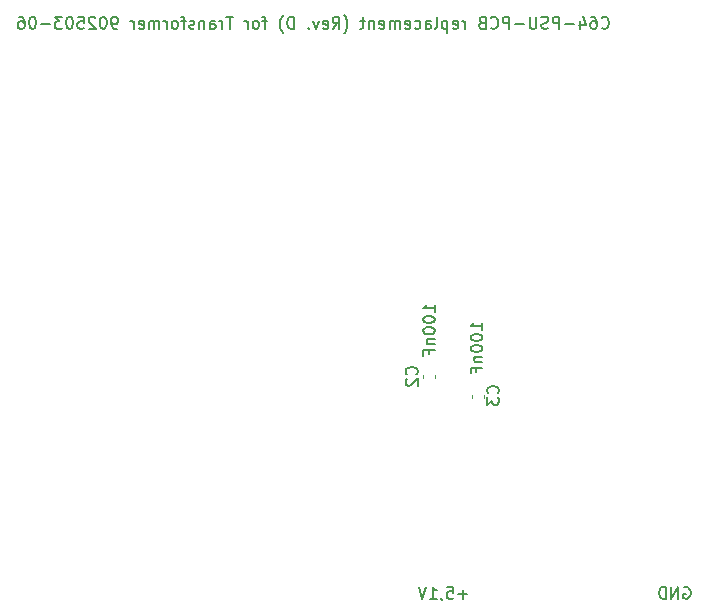
<source format=gbr>
%TF.GenerationSoftware,KiCad,Pcbnew,5.1.8-5.1.8*%
%TF.CreationDate,2023-07-26T00:19:43+02:00*%
%TF.ProjectId,C64-PSU-PCB-replacement-for-902503-06,4336342d-5053-4552-9d50-43422d726570,rev?*%
%TF.SameCoordinates,Original*%
%TF.FileFunction,Legend,Bot*%
%TF.FilePolarity,Positive*%
%FSLAX46Y46*%
G04 Gerber Fmt 4.6, Leading zero omitted, Abs format (unit mm)*
G04 Created by KiCad (PCBNEW 5.1.8-5.1.8) date 2023-07-26 00:19:43*
%MOMM*%
%LPD*%
G01*
G04 APERTURE LIST*
%ADD10C,0.150000*%
%ADD11C,0.120000*%
G04 APERTURE END LIST*
D10*
X75025000Y-75001428D02*
X74263095Y-75001428D01*
X74644047Y-75382380D02*
X74644047Y-74620476D01*
X73310714Y-74382380D02*
X73786904Y-74382380D01*
X73834523Y-74858571D01*
X73786904Y-74810952D01*
X73691666Y-74763333D01*
X73453571Y-74763333D01*
X73358333Y-74810952D01*
X73310714Y-74858571D01*
X73263095Y-74953809D01*
X73263095Y-75191904D01*
X73310714Y-75287142D01*
X73358333Y-75334761D01*
X73453571Y-75382380D01*
X73691666Y-75382380D01*
X73786904Y-75334761D01*
X73834523Y-75287142D01*
X72786904Y-75334761D02*
X72786904Y-75382380D01*
X72834523Y-75477619D01*
X72882142Y-75525238D01*
X71834523Y-75382380D02*
X72405952Y-75382380D01*
X72120238Y-75382380D02*
X72120238Y-74382380D01*
X72215476Y-74525238D01*
X72310714Y-74620476D01*
X72405952Y-74668095D01*
X71548809Y-74382380D02*
X71215476Y-75382380D01*
X70882142Y-74382380D01*
X93344904Y-74430000D02*
X93440142Y-74382380D01*
X93583000Y-74382380D01*
X93725857Y-74430000D01*
X93821095Y-74525238D01*
X93868714Y-74620476D01*
X93916333Y-74810952D01*
X93916333Y-74953809D01*
X93868714Y-75144285D01*
X93821095Y-75239523D01*
X93725857Y-75334761D01*
X93583000Y-75382380D01*
X93487761Y-75382380D01*
X93344904Y-75334761D01*
X93297285Y-75287142D01*
X93297285Y-74953809D01*
X93487761Y-74953809D01*
X92868714Y-75382380D02*
X92868714Y-74382380D01*
X92297285Y-75382380D01*
X92297285Y-74382380D01*
X91821095Y-75382380D02*
X91821095Y-74382380D01*
X91583000Y-74382380D01*
X91440142Y-74430000D01*
X91344904Y-74525238D01*
X91297285Y-74620476D01*
X91249666Y-74810952D01*
X91249666Y-74953809D01*
X91297285Y-75144285D01*
X91344904Y-75239523D01*
X91440142Y-75334761D01*
X91583000Y-75382380D01*
X91821095Y-75382380D01*
X86380761Y-27027142D02*
X86428380Y-27074761D01*
X86571238Y-27122380D01*
X86666476Y-27122380D01*
X86809333Y-27074761D01*
X86904571Y-26979523D01*
X86952190Y-26884285D01*
X86999809Y-26693809D01*
X86999809Y-26550952D01*
X86952190Y-26360476D01*
X86904571Y-26265238D01*
X86809333Y-26170000D01*
X86666476Y-26122380D01*
X86571238Y-26122380D01*
X86428380Y-26170000D01*
X86380761Y-26217619D01*
X85523619Y-26122380D02*
X85714095Y-26122380D01*
X85809333Y-26170000D01*
X85856952Y-26217619D01*
X85952190Y-26360476D01*
X85999809Y-26550952D01*
X85999809Y-26931904D01*
X85952190Y-27027142D01*
X85904571Y-27074761D01*
X85809333Y-27122380D01*
X85618857Y-27122380D01*
X85523619Y-27074761D01*
X85476000Y-27027142D01*
X85428380Y-26931904D01*
X85428380Y-26693809D01*
X85476000Y-26598571D01*
X85523619Y-26550952D01*
X85618857Y-26503333D01*
X85809333Y-26503333D01*
X85904571Y-26550952D01*
X85952190Y-26598571D01*
X85999809Y-26693809D01*
X84571238Y-26455714D02*
X84571238Y-27122380D01*
X84809333Y-26074761D02*
X85047428Y-26789047D01*
X84428380Y-26789047D01*
X84047428Y-26741428D02*
X83285523Y-26741428D01*
X82809333Y-27122380D02*
X82809333Y-26122380D01*
X82428380Y-26122380D01*
X82333142Y-26170000D01*
X82285523Y-26217619D01*
X82237904Y-26312857D01*
X82237904Y-26455714D01*
X82285523Y-26550952D01*
X82333142Y-26598571D01*
X82428380Y-26646190D01*
X82809333Y-26646190D01*
X81856952Y-27074761D02*
X81714095Y-27122380D01*
X81475999Y-27122380D01*
X81380761Y-27074761D01*
X81333142Y-27027142D01*
X81285523Y-26931904D01*
X81285523Y-26836666D01*
X81333142Y-26741428D01*
X81380761Y-26693809D01*
X81475999Y-26646190D01*
X81666476Y-26598571D01*
X81761714Y-26550952D01*
X81809333Y-26503333D01*
X81856952Y-26408095D01*
X81856952Y-26312857D01*
X81809333Y-26217619D01*
X81761714Y-26170000D01*
X81666476Y-26122380D01*
X81428380Y-26122380D01*
X81285523Y-26170000D01*
X80856952Y-26122380D02*
X80856952Y-26931904D01*
X80809333Y-27027142D01*
X80761714Y-27074761D01*
X80666476Y-27122380D01*
X80475999Y-27122380D01*
X80380761Y-27074761D01*
X80333142Y-27027142D01*
X80285523Y-26931904D01*
X80285523Y-26122380D01*
X79809333Y-26741428D02*
X79047428Y-26741428D01*
X78571238Y-27122380D02*
X78571238Y-26122380D01*
X78190285Y-26122380D01*
X78095047Y-26170000D01*
X78047428Y-26217619D01*
X77999809Y-26312857D01*
X77999809Y-26455714D01*
X78047428Y-26550952D01*
X78095047Y-26598571D01*
X78190285Y-26646190D01*
X78571238Y-26646190D01*
X76999809Y-27027142D02*
X77047428Y-27074761D01*
X77190285Y-27122380D01*
X77285523Y-27122380D01*
X77428380Y-27074761D01*
X77523619Y-26979523D01*
X77571238Y-26884285D01*
X77618857Y-26693809D01*
X77618857Y-26550952D01*
X77571238Y-26360476D01*
X77523619Y-26265238D01*
X77428380Y-26170000D01*
X77285523Y-26122380D01*
X77190285Y-26122380D01*
X77047428Y-26170000D01*
X76999809Y-26217619D01*
X76237904Y-26598571D02*
X76095047Y-26646190D01*
X76047428Y-26693809D01*
X75999809Y-26789047D01*
X75999809Y-26931904D01*
X76047428Y-27027142D01*
X76095047Y-27074761D01*
X76190285Y-27122380D01*
X76571238Y-27122380D01*
X76571238Y-26122380D01*
X76237904Y-26122380D01*
X76142666Y-26170000D01*
X76095047Y-26217619D01*
X76047428Y-26312857D01*
X76047428Y-26408095D01*
X76095047Y-26503333D01*
X76142666Y-26550952D01*
X76237904Y-26598571D01*
X76571238Y-26598571D01*
X74809333Y-27122380D02*
X74809333Y-26455714D01*
X74809333Y-26646190D02*
X74761714Y-26550952D01*
X74714095Y-26503333D01*
X74618857Y-26455714D01*
X74523619Y-26455714D01*
X73809333Y-27074761D02*
X73904571Y-27122380D01*
X74095047Y-27122380D01*
X74190285Y-27074761D01*
X74237904Y-26979523D01*
X74237904Y-26598571D01*
X74190285Y-26503333D01*
X74095047Y-26455714D01*
X73904571Y-26455714D01*
X73809333Y-26503333D01*
X73761714Y-26598571D01*
X73761714Y-26693809D01*
X74237904Y-26789047D01*
X73333142Y-26455714D02*
X73333142Y-27455714D01*
X73333142Y-26503333D02*
X73237904Y-26455714D01*
X73047428Y-26455714D01*
X72952190Y-26503333D01*
X72904571Y-26550952D01*
X72856952Y-26646190D01*
X72856952Y-26931904D01*
X72904571Y-27027142D01*
X72952190Y-27074761D01*
X73047428Y-27122380D01*
X73237904Y-27122380D01*
X73333142Y-27074761D01*
X72285523Y-27122380D02*
X72380761Y-27074761D01*
X72428380Y-26979523D01*
X72428380Y-26122380D01*
X71476000Y-27122380D02*
X71476000Y-26598571D01*
X71523619Y-26503333D01*
X71618857Y-26455714D01*
X71809333Y-26455714D01*
X71904571Y-26503333D01*
X71476000Y-27074761D02*
X71571238Y-27122380D01*
X71809333Y-27122380D01*
X71904571Y-27074761D01*
X71952190Y-26979523D01*
X71952190Y-26884285D01*
X71904571Y-26789047D01*
X71809333Y-26741428D01*
X71571238Y-26741428D01*
X71476000Y-26693809D01*
X70571238Y-27074761D02*
X70666476Y-27122380D01*
X70856952Y-27122380D01*
X70952190Y-27074761D01*
X70999809Y-27027142D01*
X71047428Y-26931904D01*
X71047428Y-26646190D01*
X70999809Y-26550952D01*
X70952190Y-26503333D01*
X70856952Y-26455714D01*
X70666476Y-26455714D01*
X70571238Y-26503333D01*
X69761714Y-27074761D02*
X69856952Y-27122380D01*
X70047428Y-27122380D01*
X70142666Y-27074761D01*
X70190285Y-26979523D01*
X70190285Y-26598571D01*
X70142666Y-26503333D01*
X70047428Y-26455714D01*
X69856952Y-26455714D01*
X69761714Y-26503333D01*
X69714095Y-26598571D01*
X69714095Y-26693809D01*
X70190285Y-26789047D01*
X69285523Y-27122380D02*
X69285523Y-26455714D01*
X69285523Y-26550952D02*
X69237904Y-26503333D01*
X69142666Y-26455714D01*
X68999809Y-26455714D01*
X68904571Y-26503333D01*
X68856952Y-26598571D01*
X68856952Y-27122380D01*
X68856952Y-26598571D02*
X68809333Y-26503333D01*
X68714095Y-26455714D01*
X68571238Y-26455714D01*
X68475999Y-26503333D01*
X68428380Y-26598571D01*
X68428380Y-27122380D01*
X67571238Y-27074761D02*
X67666476Y-27122380D01*
X67856952Y-27122380D01*
X67952190Y-27074761D01*
X67999809Y-26979523D01*
X67999809Y-26598571D01*
X67952190Y-26503333D01*
X67856952Y-26455714D01*
X67666476Y-26455714D01*
X67571238Y-26503333D01*
X67523619Y-26598571D01*
X67523619Y-26693809D01*
X67999809Y-26789047D01*
X67095047Y-26455714D02*
X67095047Y-27122380D01*
X67095047Y-26550952D02*
X67047428Y-26503333D01*
X66952190Y-26455714D01*
X66809333Y-26455714D01*
X66714095Y-26503333D01*
X66666476Y-26598571D01*
X66666476Y-27122380D01*
X66333142Y-26455714D02*
X65952190Y-26455714D01*
X66190285Y-26122380D02*
X66190285Y-26979523D01*
X66142666Y-27074761D01*
X66047428Y-27122380D01*
X65952190Y-27122380D01*
X64571238Y-27503333D02*
X64618857Y-27455714D01*
X64714095Y-27312857D01*
X64761714Y-27217619D01*
X64809333Y-27074761D01*
X64856952Y-26836666D01*
X64856952Y-26646190D01*
X64809333Y-26408095D01*
X64761714Y-26265238D01*
X64714095Y-26170000D01*
X64618857Y-26027142D01*
X64571238Y-25979523D01*
X63618857Y-27122380D02*
X63952190Y-26646190D01*
X64190285Y-27122380D02*
X64190285Y-26122380D01*
X63809333Y-26122380D01*
X63714095Y-26170000D01*
X63666476Y-26217619D01*
X63618857Y-26312857D01*
X63618857Y-26455714D01*
X63666476Y-26550952D01*
X63714095Y-26598571D01*
X63809333Y-26646190D01*
X64190285Y-26646190D01*
X62809333Y-27074761D02*
X62904571Y-27122380D01*
X63095047Y-27122380D01*
X63190285Y-27074761D01*
X63237904Y-26979523D01*
X63237904Y-26598571D01*
X63190285Y-26503333D01*
X63095047Y-26455714D01*
X62904571Y-26455714D01*
X62809333Y-26503333D01*
X62761714Y-26598571D01*
X62761714Y-26693809D01*
X63237904Y-26789047D01*
X62428380Y-26455714D02*
X62190285Y-27122380D01*
X61952190Y-26455714D01*
X61571238Y-27027142D02*
X61523619Y-27074761D01*
X61571238Y-27122380D01*
X61618857Y-27074761D01*
X61571238Y-27027142D01*
X61571238Y-27122380D01*
X60333142Y-27122380D02*
X60333142Y-26122380D01*
X60095047Y-26122380D01*
X59952190Y-26170000D01*
X59856952Y-26265238D01*
X59809333Y-26360476D01*
X59761714Y-26550952D01*
X59761714Y-26693809D01*
X59809333Y-26884285D01*
X59856952Y-26979523D01*
X59952190Y-27074761D01*
X60095047Y-27122380D01*
X60333142Y-27122380D01*
X59428380Y-27503333D02*
X59380761Y-27455714D01*
X59285523Y-27312857D01*
X59237904Y-27217619D01*
X59190285Y-27074761D01*
X59142666Y-26836666D01*
X59142666Y-26646190D01*
X59190285Y-26408095D01*
X59237904Y-26265238D01*
X59285523Y-26170000D01*
X59380761Y-26027142D01*
X59428380Y-25979523D01*
X58047428Y-26455714D02*
X57666476Y-26455714D01*
X57904571Y-27122380D02*
X57904571Y-26265238D01*
X57856952Y-26170000D01*
X57761714Y-26122380D01*
X57666476Y-26122380D01*
X57190285Y-27122380D02*
X57285523Y-27074761D01*
X57333142Y-27027142D01*
X57380761Y-26931904D01*
X57380761Y-26646190D01*
X57333142Y-26550952D01*
X57285523Y-26503333D01*
X57190285Y-26455714D01*
X57047428Y-26455714D01*
X56952190Y-26503333D01*
X56904571Y-26550952D01*
X56856952Y-26646190D01*
X56856952Y-26931904D01*
X56904571Y-27027142D01*
X56952190Y-27074761D01*
X57047428Y-27122380D01*
X57190285Y-27122380D01*
X56428380Y-27122380D02*
X56428380Y-26455714D01*
X56428380Y-26646190D02*
X56380761Y-26550952D01*
X56333142Y-26503333D01*
X56237904Y-26455714D01*
X56142666Y-26455714D01*
X55190285Y-26122380D02*
X54618857Y-26122380D01*
X54904571Y-27122380D02*
X54904571Y-26122380D01*
X54285523Y-27122380D02*
X54285523Y-26455714D01*
X54285523Y-26646190D02*
X54237904Y-26550952D01*
X54190285Y-26503333D01*
X54095047Y-26455714D01*
X53999809Y-26455714D01*
X53237904Y-27122380D02*
X53237904Y-26598571D01*
X53285523Y-26503333D01*
X53380761Y-26455714D01*
X53571238Y-26455714D01*
X53666476Y-26503333D01*
X53237904Y-27074761D02*
X53333142Y-27122380D01*
X53571238Y-27122380D01*
X53666476Y-27074761D01*
X53714095Y-26979523D01*
X53714095Y-26884285D01*
X53666476Y-26789047D01*
X53571238Y-26741428D01*
X53333142Y-26741428D01*
X53237904Y-26693809D01*
X52761714Y-26455714D02*
X52761714Y-27122380D01*
X52761714Y-26550952D02*
X52714095Y-26503333D01*
X52618857Y-26455714D01*
X52475999Y-26455714D01*
X52380761Y-26503333D01*
X52333142Y-26598571D01*
X52333142Y-27122380D01*
X51904571Y-27074761D02*
X51809333Y-27122380D01*
X51618857Y-27122380D01*
X51523619Y-27074761D01*
X51475999Y-26979523D01*
X51475999Y-26931904D01*
X51523619Y-26836666D01*
X51618857Y-26789047D01*
X51761714Y-26789047D01*
X51856952Y-26741428D01*
X51904571Y-26646190D01*
X51904571Y-26598571D01*
X51856952Y-26503333D01*
X51761714Y-26455714D01*
X51618857Y-26455714D01*
X51523619Y-26503333D01*
X51190285Y-26455714D02*
X50809333Y-26455714D01*
X51047428Y-27122380D02*
X51047428Y-26265238D01*
X50999809Y-26170000D01*
X50904571Y-26122380D01*
X50809333Y-26122380D01*
X50333142Y-27122380D02*
X50428380Y-27074761D01*
X50475999Y-27027142D01*
X50523619Y-26931904D01*
X50523619Y-26646190D01*
X50475999Y-26550952D01*
X50428380Y-26503333D01*
X50333142Y-26455714D01*
X50190285Y-26455714D01*
X50095047Y-26503333D01*
X50047428Y-26550952D01*
X49999809Y-26646190D01*
X49999809Y-26931904D01*
X50047428Y-27027142D01*
X50095047Y-27074761D01*
X50190285Y-27122380D01*
X50333142Y-27122380D01*
X49571238Y-27122380D02*
X49571238Y-26455714D01*
X49571238Y-26646190D02*
X49523619Y-26550952D01*
X49475999Y-26503333D01*
X49380761Y-26455714D01*
X49285523Y-26455714D01*
X48952190Y-27122380D02*
X48952190Y-26455714D01*
X48952190Y-26550952D02*
X48904571Y-26503333D01*
X48809333Y-26455714D01*
X48666476Y-26455714D01*
X48571238Y-26503333D01*
X48523619Y-26598571D01*
X48523619Y-27122380D01*
X48523619Y-26598571D02*
X48475999Y-26503333D01*
X48380761Y-26455714D01*
X48237904Y-26455714D01*
X48142666Y-26503333D01*
X48095047Y-26598571D01*
X48095047Y-27122380D01*
X47237904Y-27074761D02*
X47333142Y-27122380D01*
X47523619Y-27122380D01*
X47618857Y-27074761D01*
X47666476Y-26979523D01*
X47666476Y-26598571D01*
X47618857Y-26503333D01*
X47523619Y-26455714D01*
X47333142Y-26455714D01*
X47237904Y-26503333D01*
X47190285Y-26598571D01*
X47190285Y-26693809D01*
X47666476Y-26789047D01*
X46761714Y-27122380D02*
X46761714Y-26455714D01*
X46761714Y-26646190D02*
X46714095Y-26550952D01*
X46666476Y-26503333D01*
X46571238Y-26455714D01*
X46475999Y-26455714D01*
X45333142Y-27122380D02*
X45142666Y-27122380D01*
X45047428Y-27074761D01*
X44999809Y-27027142D01*
X44904571Y-26884285D01*
X44856952Y-26693809D01*
X44856952Y-26312857D01*
X44904571Y-26217619D01*
X44952190Y-26170000D01*
X45047428Y-26122380D01*
X45237904Y-26122380D01*
X45333142Y-26170000D01*
X45380761Y-26217619D01*
X45428380Y-26312857D01*
X45428380Y-26550952D01*
X45380761Y-26646190D01*
X45333142Y-26693809D01*
X45237904Y-26741428D01*
X45047428Y-26741428D01*
X44952190Y-26693809D01*
X44904571Y-26646190D01*
X44856952Y-26550952D01*
X44237904Y-26122380D02*
X44142666Y-26122380D01*
X44047428Y-26170000D01*
X43999809Y-26217619D01*
X43952190Y-26312857D01*
X43904571Y-26503333D01*
X43904571Y-26741428D01*
X43952190Y-26931904D01*
X43999809Y-27027142D01*
X44047428Y-27074761D01*
X44142666Y-27122380D01*
X44237904Y-27122380D01*
X44333142Y-27074761D01*
X44380761Y-27027142D01*
X44428380Y-26931904D01*
X44475999Y-26741428D01*
X44475999Y-26503333D01*
X44428380Y-26312857D01*
X44380761Y-26217619D01*
X44333142Y-26170000D01*
X44237904Y-26122380D01*
X43523619Y-26217619D02*
X43475999Y-26170000D01*
X43380761Y-26122380D01*
X43142666Y-26122380D01*
X43047428Y-26170000D01*
X42999809Y-26217619D01*
X42952190Y-26312857D01*
X42952190Y-26408095D01*
X42999809Y-26550952D01*
X43571238Y-27122380D01*
X42952190Y-27122380D01*
X42047428Y-26122380D02*
X42523619Y-26122380D01*
X42571238Y-26598571D01*
X42523619Y-26550952D01*
X42428380Y-26503333D01*
X42190285Y-26503333D01*
X42095047Y-26550952D01*
X42047428Y-26598571D01*
X41999809Y-26693809D01*
X41999809Y-26931904D01*
X42047428Y-27027142D01*
X42095047Y-27074761D01*
X42190285Y-27122380D01*
X42428380Y-27122380D01*
X42523619Y-27074761D01*
X42571238Y-27027142D01*
X41380761Y-26122380D02*
X41285523Y-26122380D01*
X41190285Y-26170000D01*
X41142666Y-26217619D01*
X41095047Y-26312857D01*
X41047428Y-26503333D01*
X41047428Y-26741428D01*
X41095047Y-26931904D01*
X41142666Y-27027142D01*
X41190285Y-27074761D01*
X41285523Y-27122380D01*
X41380761Y-27122380D01*
X41475999Y-27074761D01*
X41523619Y-27027142D01*
X41571238Y-26931904D01*
X41618857Y-26741428D01*
X41618857Y-26503333D01*
X41571238Y-26312857D01*
X41523619Y-26217619D01*
X41475999Y-26170000D01*
X41380761Y-26122380D01*
X40714095Y-26122380D02*
X40095047Y-26122380D01*
X40428380Y-26503333D01*
X40285523Y-26503333D01*
X40190285Y-26550952D01*
X40142666Y-26598571D01*
X40095047Y-26693809D01*
X40095047Y-26931904D01*
X40142666Y-27027142D01*
X40190285Y-27074761D01*
X40285523Y-27122380D01*
X40571238Y-27122380D01*
X40666476Y-27074761D01*
X40714095Y-27027142D01*
X39666476Y-26741428D02*
X38904571Y-26741428D01*
X38237904Y-26122380D02*
X38142666Y-26122380D01*
X38047428Y-26170000D01*
X37999809Y-26217619D01*
X37952190Y-26312857D01*
X37904571Y-26503333D01*
X37904571Y-26741428D01*
X37952190Y-26931904D01*
X37999809Y-27027142D01*
X38047428Y-27074761D01*
X38142666Y-27122380D01*
X38237904Y-27122380D01*
X38333142Y-27074761D01*
X38380761Y-27027142D01*
X38428380Y-26931904D01*
X38475999Y-26741428D01*
X38475999Y-26503333D01*
X38428380Y-26312857D01*
X38380761Y-26217619D01*
X38333142Y-26170000D01*
X38237904Y-26122380D01*
X37047428Y-26122380D02*
X37237904Y-26122380D01*
X37333142Y-26170000D01*
X37380761Y-26217619D01*
X37475999Y-26360476D01*
X37523619Y-26550952D01*
X37523619Y-26931904D01*
X37475999Y-27027142D01*
X37428380Y-27074761D01*
X37333142Y-27122380D01*
X37142666Y-27122380D01*
X37047428Y-27074761D01*
X36999809Y-27027142D01*
X36952190Y-26931904D01*
X36952190Y-26693809D01*
X36999809Y-26598571D01*
X37047428Y-26550952D01*
X37142666Y-26503333D01*
X37333142Y-26503333D01*
X37428380Y-26550952D01*
X37475999Y-26598571D01*
X37523619Y-26693809D01*
D11*
%TO.C,C3*%
X76466160Y-58091953D02*
X76466160Y-58384487D01*
X75446160Y-58091953D02*
X75446160Y-58384487D01*
%TO.C,C2*%
X72290400Y-56408273D02*
X72290400Y-56700807D01*
X71270400Y-56408273D02*
X71270400Y-56700807D01*
%TO.C,C3*%
D10*
X77593462Y-57984093D02*
X77641081Y-57936474D01*
X77688700Y-57793617D01*
X77688700Y-57698379D01*
X77641081Y-57555521D01*
X77545843Y-57460283D01*
X77450605Y-57412664D01*
X77260129Y-57365045D01*
X77117272Y-57365045D01*
X76926796Y-57412664D01*
X76831558Y-57460283D01*
X76736320Y-57555521D01*
X76688700Y-57698379D01*
X76688700Y-57793617D01*
X76736320Y-57936474D01*
X76783939Y-57984093D01*
X76688700Y-58317426D02*
X76688700Y-58936474D01*
X77069653Y-58603140D01*
X77069653Y-58745998D01*
X77117272Y-58841236D01*
X77164891Y-58888855D01*
X77260129Y-58936474D01*
X77498224Y-58936474D01*
X77593462Y-58888855D01*
X77641081Y-58841236D01*
X77688700Y-58745998D01*
X77688700Y-58460283D01*
X77641081Y-58365045D01*
X77593462Y-58317426D01*
X76286620Y-52589940D02*
X76286620Y-52018512D01*
X76286620Y-52304226D02*
X75286620Y-52304226D01*
X75429478Y-52208988D01*
X75524716Y-52113750D01*
X75572335Y-52018512D01*
X75286620Y-53208988D02*
X75286620Y-53304226D01*
X75334240Y-53399464D01*
X75381859Y-53447083D01*
X75477097Y-53494702D01*
X75667573Y-53542321D01*
X75905668Y-53542321D01*
X76096144Y-53494702D01*
X76191382Y-53447083D01*
X76239001Y-53399464D01*
X76286620Y-53304226D01*
X76286620Y-53208988D01*
X76239001Y-53113750D01*
X76191382Y-53066131D01*
X76096144Y-53018512D01*
X75905668Y-52970893D01*
X75667573Y-52970893D01*
X75477097Y-53018512D01*
X75381859Y-53066131D01*
X75334240Y-53113750D01*
X75286620Y-53208988D01*
X75286620Y-54161369D02*
X75286620Y-54256607D01*
X75334240Y-54351845D01*
X75381859Y-54399464D01*
X75477097Y-54447083D01*
X75667573Y-54494702D01*
X75905668Y-54494702D01*
X76096144Y-54447083D01*
X76191382Y-54399464D01*
X76239001Y-54351845D01*
X76286620Y-54256607D01*
X76286620Y-54161369D01*
X76239001Y-54066131D01*
X76191382Y-54018512D01*
X76096144Y-53970893D01*
X75905668Y-53923274D01*
X75667573Y-53923274D01*
X75477097Y-53970893D01*
X75381859Y-54018512D01*
X75334240Y-54066131D01*
X75286620Y-54161369D01*
X75619954Y-54923274D02*
X76286620Y-54923274D01*
X75715192Y-54923274D02*
X75667573Y-54970893D01*
X75619954Y-55066131D01*
X75619954Y-55208988D01*
X75667573Y-55304226D01*
X75762811Y-55351845D01*
X76286620Y-55351845D01*
X75762811Y-56161369D02*
X75762811Y-55828036D01*
X76286620Y-55828036D02*
X75286620Y-55828036D01*
X75286620Y-56304226D01*
%TO.C,C2*%
X70707542Y-56387873D02*
X70755161Y-56340254D01*
X70802780Y-56197397D01*
X70802780Y-56102159D01*
X70755161Y-55959301D01*
X70659923Y-55864063D01*
X70564685Y-55816444D01*
X70374209Y-55768825D01*
X70231352Y-55768825D01*
X70040876Y-55816444D01*
X69945638Y-55864063D01*
X69850400Y-55959301D01*
X69802780Y-56102159D01*
X69802780Y-56197397D01*
X69850400Y-56340254D01*
X69898019Y-56387873D01*
X69898019Y-56768825D02*
X69850400Y-56816444D01*
X69802780Y-56911682D01*
X69802780Y-57149778D01*
X69850400Y-57245016D01*
X69898019Y-57292635D01*
X69993257Y-57340254D01*
X70088495Y-57340254D01*
X70231352Y-57292635D01*
X70802780Y-56721206D01*
X70802780Y-57340254D01*
X72258180Y-51076100D02*
X72258180Y-50504672D01*
X72258180Y-50790386D02*
X71258180Y-50790386D01*
X71401038Y-50695148D01*
X71496276Y-50599910D01*
X71543895Y-50504672D01*
X71258180Y-51695148D02*
X71258180Y-51790386D01*
X71305800Y-51885624D01*
X71353419Y-51933243D01*
X71448657Y-51980862D01*
X71639133Y-52028481D01*
X71877228Y-52028481D01*
X72067704Y-51980862D01*
X72162942Y-51933243D01*
X72210561Y-51885624D01*
X72258180Y-51790386D01*
X72258180Y-51695148D01*
X72210561Y-51599910D01*
X72162942Y-51552291D01*
X72067704Y-51504672D01*
X71877228Y-51457053D01*
X71639133Y-51457053D01*
X71448657Y-51504672D01*
X71353419Y-51552291D01*
X71305800Y-51599910D01*
X71258180Y-51695148D01*
X71258180Y-52647529D02*
X71258180Y-52742767D01*
X71305800Y-52838005D01*
X71353419Y-52885624D01*
X71448657Y-52933243D01*
X71639133Y-52980862D01*
X71877228Y-52980862D01*
X72067704Y-52933243D01*
X72162942Y-52885624D01*
X72210561Y-52838005D01*
X72258180Y-52742767D01*
X72258180Y-52647529D01*
X72210561Y-52552291D01*
X72162942Y-52504672D01*
X72067704Y-52457053D01*
X71877228Y-52409434D01*
X71639133Y-52409434D01*
X71448657Y-52457053D01*
X71353419Y-52504672D01*
X71305800Y-52552291D01*
X71258180Y-52647529D01*
X71591514Y-53409434D02*
X72258180Y-53409434D01*
X71686752Y-53409434D02*
X71639133Y-53457053D01*
X71591514Y-53552291D01*
X71591514Y-53695148D01*
X71639133Y-53790386D01*
X71734371Y-53838005D01*
X72258180Y-53838005D01*
X71734371Y-54647529D02*
X71734371Y-54314196D01*
X72258180Y-54314196D02*
X71258180Y-54314196D01*
X71258180Y-54790386D01*
%TD*%
M02*

</source>
